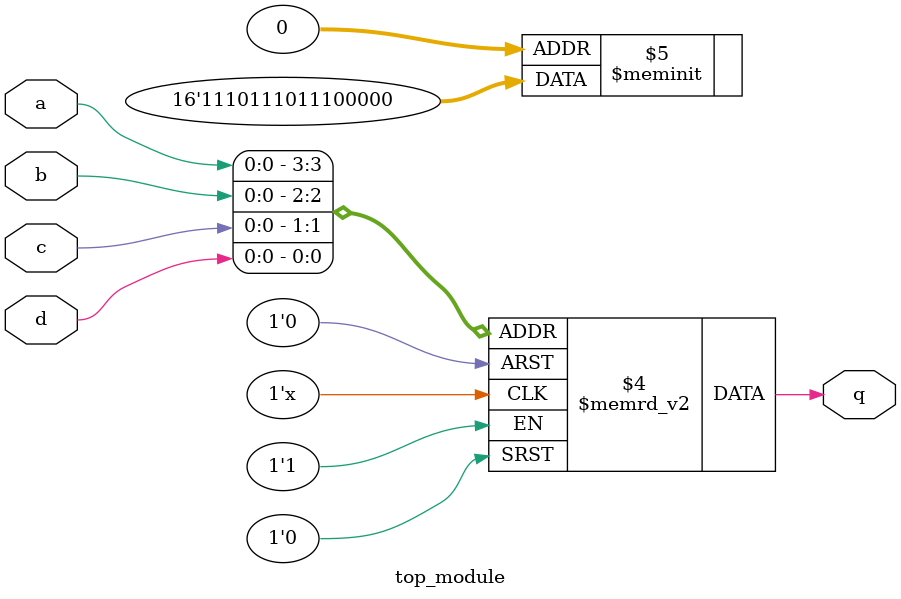
<source format=v>
module top_module (
    input a,
    input b,
    input c,
    input d,
    output q );

    always @(*) begin
        q = 1'b0;
        case ({a, b, c, d})
            4'b0000: q = 1'b0;
            4'b0001: q = 1'b0;
            4'b0010: q = 1'b0;
            4'b0011: q = 1'b0;
            4'b0100: q = 1'b0;
            4'b0101: q = 1'b1;
            4'b0110: q = 1'b1;
            4'b0111: q = 1'b1;
            4'b1000: q = 1'b0;
            4'b1001: q = 1'b1;
            4'b1010: q = 1'b1;
            4'b1011: q = 1'b1;
            4'b1100: q = 1'b0;
            4'b1101: q = 1'b1;
            4'b1110: q = 1'b1;
            4'b1111: q = 1'b1;
        endcase
    end

endmodule

</source>
